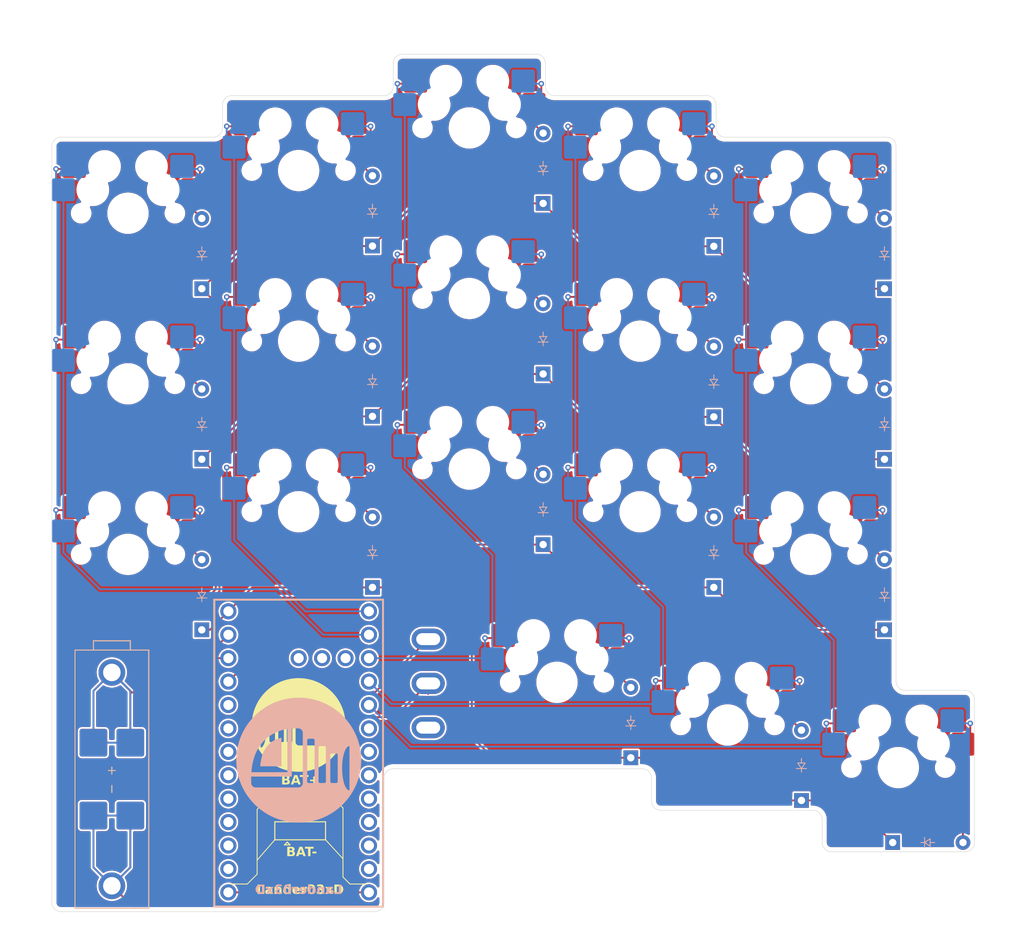
<source format=kicad_pcb>
(kicad_pcb (version 20241229) (generator "pcbnew") (generator_version "9.0")
  (layers (0 "F.Cu" signal) (2 "B.Cu" signal) (13 "F.Paste" user) (15 "B.Paste" user) (5 "F.SilkS" user "F.Silkscreen") (7 "B.SilkS" user "B.Silkscreen") (1 "F.Mask" user) (3 "B.Mask" user) (25 "Edge.Cuts" user))
  (net 0 "")
  (net 1 "B-")
  (net 2 "Net-(BT1-+)")
  (net 3 "Net-(D1-A)")
  (net 4 "row_1")
  (net 5 "Net-(D2-A)")
  (net 6 "Net-(D3-A)")
  (net 7 "Net-(D4-A)")
  (net 8 "Net-(D5-A)")
  (net 9 "row_2")
  (net 10 "Net-(D6-A)")
  (net 11 "Net-(D7-A)")
  (net 12 "Net-(D8-A)")
  (net 13 "Net-(D9-A)")
  (net 14 "Net-(D10-A)")
  (net 15 "row_3")
  (net 16 "Net-(D11-A)")
  (net 17 "Net-(D12-A)")
  (net 18 "Net-(D13-A)")
  (net 19 "Net-(D14-A)")
  (net 20 "Net-(D15-A)")
  (net 21 "Net-(D16-A)")
  (net 22 "row_4")
  (net 23 "Net-(D17-A)")
  (net 24 "Net-(D18-A)")
  (net 25 "col_1")
  (net 26 "col_2")
  (net 27 "col_3")
  (net 28 "col_4")
  (net 29 "col_5")
  (net 30 "B+")
  (net 50 "right")
  (net 51 "left")
  (footprint "lander03xD:Hotswap_MX_1.00u_reversible_18.5mm" (layer "F.Cu") (at 175.75 92.5)
    (property "Reference" "S11" (hide yes))
    (property "Value" "Keyswitch")
  )
  (footprint "lander03xD:Hotswap_MX_1.00u_reversible_18.5mm" (layer "F.Cu") (at 175.75 55.5)
    (property "Reference" "S1" (hide yes))
    (property "Value" "Keyswitch")
  )
  (footprint "lander03xD:Hotswap_MX_1.00u_reversible_18.5mm" (layer "F.Cu") (at 101.75 74)
    (property "Reference" "S10" (hide yes))
    (property "Value" "Keyswitch")
  )
  (footprint "Jumper:SolderJumper-3_P2.0mm_Open_TrianglePad1.0x1.5mm" (layer "F.Cu") (at 120.41375 118.9975 180)
    (property "Reference" "B+jumper1" (hide yes))
    (property "Value" "SolderJumper_3_Open" (hide yes))
  )
  (footprint "lander03xD:Hotswap_MX_1.00u_reversible_18.5mm" (layer "F.Cu") (at 175.75 74)
    (property "Reference" "S6" (hide yes))
    (property "Value" "Keyswitch")
  )
  (footprint "lander03xD:Hotswap_MX_1.00u_reversible_18.5mm" (layer "F.Cu") (at 101.75 55.5)
    (property "Reference" "S5" (hide yes))
    (property "Value" "Keyswitch")
  )
  (footprint "lander03xD:Hotswap_MX_1.00u_reversible_18.5mm" (layer "F.Cu") (at 157.25 50.875)
    (property "Reference" "S2" (hide yes))
    (property "Value" "Keyswitch")
  )
  (footprint "lander03xD:Hotswap_MX_1.00u_reversible_18.5mm" (layer "F.Cu") (at 138.75 83.25)
    (property "Reference" "S13" (hide yes))
    (property "Value" "Keyswitch")
  )
  (footprint "lander03xD:Hotswap_MX_1.00u_reversible_18.5mm" (layer "F.Cu") (at 157.25 69.375)
    (property "Reference" "S7" (hide yes))
    (property "Value" "Keyswitch")
  )
  (footprint "lander03xD:Hotswap_MX_1.00u_reversible_18.5mm" (layer "F.Cu") (at 157.25 87.875)
    (property "Reference" "S12" (hide yes))
    (property "Value" "Keyswitch")
  )
  (footprint "lander03xD:SbM-9202_14250_battery_holder" (layer "F.Cu") (at 100 116.875 90)
    (property "Reference" "BT1" (hide yes))
    (property "Value" "Battery_Cell")
  )
  (footprint "lander03xD:Hotswap_MX_1.00u_reversible_18.5mm" (layer "F.Cu") (at 120.25 87.875)
    (property "Reference" "S14" (hide yes))
    (property "Value" "Keyswitch")
  )
  (footprint "lander03xD:Promicro_nrf52840" (layer "F.Cu") (at 120.25 111.375 180)
    (property "Reference" "U1" (hide yes))
    (property "Value" "Promicro_NRF52840" (hide yes))
  )
  (footprint "lander03xD:Hotswap_MX_1.00u_reversible_18.5mm" (layer "F.Cu") (at 166.75 111)
    (property "Reference" "S17" (hide yes))
    (property "Value" "Keyswitch")
  )
  (footprint "Jumper:SolderJumper-3_P2.0mm_Open_TrianglePad1.0x1.5mm" (layer "F.Cu") (at 120.41375 122.505)
    (property "Reference" "B-jumper1" (hide yes))
    (property "Value" "SolderJumper_3_Open" (hide yes))
  )
  (footprint "lander03xD:Hotswap_MX_1.00u_reversible_18.5mm" (layer "F.Cu") (at 138.75 46.25)
    (property "Reference" "S3" (hide yes))
    (property "Value" "Keyswitch")
  )
  (footprint "lander03xD:SW_Vertical_Slide_5mm" (layer "F.Cu") (at 134.29125 106.4925 90)
    (property "Reference" "SW1" (hide yes))
    (property "Value" "SW_SPDT_312" (hide yes))
  )
  (footprint "lander03xD:Hotswap_MX_1.00u_reversible_18.5mm" (layer "F.Cu") (at 138.75 64.75)
    (property "Reference" "S8" (hide yes))
    (property "Value" "Keyswitch")
  )
  (footprint "lander03xD:Hotswap_MX_1.00u_reversible_18.5mm" (layer "F.Cu") (at 148.25 106.375)
    (property "Reference" "S18" (hide yes))
    (property "Value" "Keyswitch")
  )
  (footprint "lander03xD:Hotswap_MX_1.00u_reversible_18.5mm" (layer "F.Cu") (at 120.25 69.375)
    (property "Reference" "S9" (hide yes))
    (property "Value" "Keyswitch")
  )
  (footprint "lander03xD:Hotswap_MX_1.00u_reversible_18.5mm" (layer "F.Cu") (at 185.25 115.625)
    (property "Reference" "S16" (hide yes))
    (property "Value" "Keyswitch")
  )
  (footprint "lander03xD:Hotswap_MX_1.00u_reversible_18.5mm" (layer "F.Cu") (at 101.75 92.5)
    (property "Reference" "S15" (hide yes))
    (property "Value" "Keyswitch")
  )
  (footprint "lander03xD:Hotswap_MX_1.00u_reversible_18.5mm" (layer "F.Cu") (at 120.25 50.875)
    (property "Reference" "S4" (hide yes))
    (property "Value" "Keyswitch")
  )
  (footprint "ScottoKeebs_Components:Diode_DO-35" (layer "B.Cu") (at 183.75 82.185 90)
    (property "Reference" "D6" (hide yes))
    (property "Value" "Diode" (hide yes))
  )
  (footprint "ScottoKeebs_Components:Diode_DO-35" (layer "B.Cu") (at 174.75 119.185 90)
    (property "Reference" "D17" (hide yes))
    (property "Value" "Diode" (hide yes))
  )
  (footprint "ScottoKeebs_Components:Diode_DO-35" (layer "B.Cu") (at 183.75 63.685 90)
    (property "Reference" "D1" (hide yes))
    (property "Value" "Diode" (hide yes))
  )
  (footprint "ScottoKeebs_Components:Diode_DO-35" (layer "B.Cu") (at 128.25 77.535 90)
    (property "Reference" "D9" (hide yes))
    (property "Value" "Diode" (hide yes))
  )
  (footprint "ScottoKeebs_Components:Diode_DO-35" (layer "B.Cu") (at 109.75 82.185 90)
    (property "Reference" "D10" (hide yes))
    (property "Value" "Diode" (hide yes))
  )
  (footprint "ScottoKeebs_Components:Diode_DO-35" (layer "B.Cu") (at 183.75 100.685 90)
    (property "Reference" "D11" (hide yes))
    (property "Value" "Diode" (hide yes))
  )
  (footprint "ScottoKeebs_Components:Diode_DO-35" (layer "B.Cu") (at 128.25 59.06 90)
    (property "Reference" "D4" (hide yes))
    (property "Value" "Diode" (hide yes))
  )
  (footprint "ScottoKeebs_Components:Diode_DO-35" (layer "B.Cu") (at 109.75 100.685 90)
    (property "Reference" "D15" (hide yes))
    (property "Value" "Diode" (hide yes))
  )
  (footprint "ScottoKeebs_Components:Diode_DO-35" (layer "B.Cu") (at 128.25 96.085 90)
    (property "Reference" "D14" (hide yes))
    (property "Value" "Diode" (hide yes))
  )
  (footprint "ScottoKeebs_Components:Diode_DO-35" (layer "B.Cu") (at 146.75 91.435 90)
    (property "Reference" "D13" (hide yes))
    (property "Value" "Diode" (hide yes))
  )
  (footprint "ScottoKeebs_Components:Diode_DO-35" (layer "B.Cu") (at 146.75 72.935 90)
    (property "Reference" "D8" (hide yes))
    (property "Value" "Diode" (hide yes))
  )
  (footprint "ScottoKeebs_Components:Diode_DO-35" (layer "B.Cu") (at 165.25 59.085 90)
    (property "Reference" "D2" (hide yes))
    (property "Value" "Diode" (hide yes))
  )
  (footprint "ScottoKeebs_Components:Diode_DO-35" (layer "B.Cu") (at 165.25 96.085 90)
    (property "Reference" "D12" (hide yes))
    (property "Value" "Diode" (hide yes))
  )
  (footprint "ScottoKeebs_Components:Diode_DO-35" (layer "B.Cu") (at 165.25 77.585 90)
    (property "Reference" "D7" (hide yes))
    (property "Value" "Diode" (hide yes))
  )
  (footprint "ScottoKeebs_Components:Diode_DO-35" (layer "B.Cu") (at 146.75 54.435 90)
    (property "Reference" "D3" (hide yes))
    (property "Value" "Diode" (hide yes))
  )
  (footprint "ScottoKeebs_Components:Diode_DO-35" (layer "B.Cu") (at 109.75 63.685 90)
    (property "Reference" "D5" (hide yes))
    (property "Value" "Diode" (hide yes))
  )
  (footprint "ScottoKeebs_Components:Diode_DO-35" (layer "B.Cu") (at 156.25 114.56 90)
    (property "Reference" "D18" (hide yes))
    (property "Value" "Diode" (hide yes))
  )
  (footprint "ScottoKeebs_Components:Diode_DO-35" (layer "B.Cu") (at 184.64 123.75)
    (property "Reference" "D16" (hide yes))
    (property "Value" "Diode" (hide yes))
  )
  (gr_line (start 114.68 128.2525) (end 115.7475 127.185) (stroke (width 0.1)) (layer "F.SilkS"))
  (gr_line (start 125.8125 128.2525) (end 127.6425 128.2525) (stroke (width 0.1)) (layer "F.SilkS"))
  (gr_line (start 125.05 127.49) (end 125.8125 128.2525) (stroke (width 0.1)) (layer "F.SilkS"))
  (gr_line (start 125.05 125.5075) (end 125.05 126.88) (stroke (width 0.1)) (layer "F.SilkS"))
  (gr_line (start 123.16375 118.0475) (end 125.05 119.9975) (stroke (width 0.1)) (layer "F.SilkS"))
  (gr_line (start 123.16375 123.455) (end 125.05 125.5075) (stroke (width 0.1)) (layer "F.SilkS"))
  (gr_line (start 117.66375 123.455) (end 115.7475 125.66) (stroke (width 0.1)) (layer "F.SilkS"))
  (gr_poly (pts (xy 121.749088 109.200788) (xy 121.858837 109.230603) (xy 121.979063 109.271043) (xy 122.10731 109.323732) (xy 122.241128 109.390294) (xy 122.378064 109.472356) (xy 122.515664 109.571543) (xy 122.651477 109.689478) (xy 122.717946 109.755984) (xy 122.783049 109.827787) (xy 122.846479 109.90509) (xy 122.907929 109.988096) (xy 122.967092 110.077008) (xy 123.023663 110.172029) (xy 123.077334 110.273362) (xy 123.127798 110.381211) (xy 123.174751 110.495778) (xy 123.217883 110.617267) (xy 123.25689 110.745881) (xy 123.291465 110.881823) (xy 123.321301 111.025295) (xy 123.346091 111.176502) (xy 123.365529 111.335646) (xy 123.379308 111.502931) (xy 121.652266 111.502931) (xy 121.652266 109.179972)) (fill yes) (layer "F.SilkS"))
  (gr_poly (pts (xy 120.563637 105.929444) (xy 120.816726 105.951198) (xy 121.066336 105.985262) (xy 121.31214 106.031337) (xy 121.553814 106.089128) (xy 121.791033 106.158338) (xy 122.023471 106.23867) (xy 122.250803 106.329829) (xy 122.472704 106.431517) (xy 122.688848 106.543438) (xy 122.898911 106.665295) (xy 123.102567 106.796793) (xy 123.29949 106.937633) (xy 123.489356 107.087521) (xy 123.67184 107.246158) (xy 123.846616 107.41325) (xy 124.013359 107.588499) (xy 124.171743 107.771608) (xy 124.321444 107.962282) (xy 124.462136 108.160223) (xy 124.593494 108.365136) (xy 124.715193 108.576723) (xy 124.826907 108.794688) (xy 124.928312 109.018735) (xy 125.019082 109.248566) (xy 125.098892 109.483886) (xy 125.167416 109.724398) (xy 125.224329 109.969806) (xy 125.269307 110.219812) (xy 125.302023 110.474121) (xy 125.322154 110.732435) (xy 125.329286 111.000016) (xy 125.322799 111.259033) (xy 125.303533 111.514714) (xy 125.271795 111.766745) (xy 125.227896 112.014812) (xy 125.172144 112.258603) (xy 125.104849 112.497803) (xy 125.026319 112.732101) (xy 124.936865 112.961182) (xy 124.836794 113.184733) (xy 124.726416 113.402441) (xy 124.606041 113.613993) (xy 124.475977 113.819076) (xy 124.336534 114.017376) (xy 124.188021 114.20858) (xy 124.030746 114.392374) (xy 123.86502 114.568446) (xy 123.69115 114.736482) (xy 123.509448 114.896169) (xy 123.32022 115.047194) (xy 123.123777 115.189243) (xy 122.920429 115.322003) (xy 122.710483 115.445161) (xy 122.494249 115.558403) (xy 122.272037 115.661417) (xy 122.044155 115.753889) (xy 121.810912 115.835506) (xy 121.572619 115.905954) (xy 121.329583 115.964921) (xy 121.082114 116.012093) (xy 120.830522 116.047156) (xy 120.575114 116.069798) (xy 120.316202 116.079705) (xy 120.057123 116.076622) (xy 119.801212 116.060717) (xy 119.548788 116.032295) (xy 119.300167 115.99166) (xy 119.055666 115.939118) (xy 118.815603 115.874973) (xy 118.580294 115.799531) (xy 118.350059 115.713097) (xy 118.125212 115.615975) (xy 117.906073 115.508472) (xy 117.692958 115.39089) (xy 117.486184 115.263537) (xy 117.28607 115.126716) (xy 117.092931 114.980732) (xy 116.907085 114.825892) (xy 116.728851 114.662499) (xy 116.558544 114.490858) (xy 116.396482 114.311275) (xy 116.242983 114.124055) (xy 116.098364 113.929502) (xy 115.962942 113.727922) (xy 115.837034 113.51962) (xy 115.720958 113.3049) (xy 115.61503 113.084067) (xy 115.519569 112.857427) (xy 115.434892 112.625285) (xy 115.361316 112.387945) (xy 115.299157 112.145713) (xy 115.248734 111.898894) (xy 115.210364 111.647792) (xy 115.184363 111.392712) (xy 115.17105 111.13396) (xy 115.170714 110.874873) (xy 115.18324 110.618784) (xy 115.208328 110.366016) (xy 115.245676 110.116889) (xy 115.294985 109.871724) (xy 115.298049 109.85962) (xy 116.124489 109.85962) (xy 116.12449 110.202545) (xy 116.12449 110.265797) (xy 116.12449 110.471986) (xy 116.12449 110.528107) (xy 116.12449 110.689027) (xy 116.12449 110.770573) (xy 116.12449 111.059857) (xy 116.12449 111.115978) (xy 116.12449 111.514403) (xy 116.12449 111.566493) (xy 116.12449 111.982282) (xy 116.12449 112.036541) (xy 116.12449 112.18692) (xy 116.12449 112.250172) (xy 116.12449 112.553099) (xy 116.12449 112.60922) (xy 116.12449 112.807037) (xy 116.12449 112.868118) (xy 116.124491 113.460324) (xy 116.126506 113.460588) (xy 116.128529 113.460833) (xy 116.130565 113.461056) (xy 116.132618 113.461258) (xy 116.16314 113.457704) (xy 116.193249 113.449636) (xy 116.222907 113.437165) (xy 116.252079 113.420401) (xy 116.308818 113.374443) (xy 116.363174 113.312651) (xy 116.414855 113.235912) (xy 116.463571 113.145116) (xy 116.50903 113.041151) (xy 116.550941 112.924906) (xy 116.589012 112.79727) (xy 116.622952 112.659131) (xy 116.65247 112.511378) (xy 116.677274 112.3549) (xy 116.697074 112.190586) (xy 116.711577 112.019324) (xy 116.720492 111.842002) (xy 116.723529 111.65951) (xy 116.722908 111.564322) (xy 116.716849 111.387584) (xy 116.705312 111.216502) (xy 116.688574 111.051871) (xy 116.666915 110.894484) (xy 116.640613 110.745133) (xy 116.625807 110.67372) (xy 116.609946 110.604613) (xy 116.604001 110.581126) (xy 117.082889 110.581126) (xy 117.082889 112.739755) (xy 117.083046 112.746021) (xy 117.08351 112.752202) (xy 117.084274 112.75829) (xy 117.085332 112.764277) (xy 117.086675 112.770157) (xy 117.088296 112.775922) (xy 117.090188 112.781564) (xy 117.092344 112.787076) (xy 117.094755 112.792451) (xy 117.097415 112.79768) (xy 117.100316 112.802757) (xy 117.10345 112.807675) (xy 117.106811 112.812425) (xy 117.110391 112.817) (xy 117.114182 112.821393) (xy 117.118178 112.825597) (xy 117.12237 112.829603) (xy 117.126751 112.833405) (xy 117.131314 112.836995) (xy 117.136052 112.840365) (xy 117.140956 112.843509) (xy 117.146021 112.846418) (xy 117.151237 112.849086) (xy 117.156599 112.851505) (xy 117.162097 112.853666) (xy 117.167726 112.855564) (xy 117.173477 112.85719) (xy 117.179344 112.858537) (xy 117.185318 112.859598) (xy 117.191393 112.860365) (xy 117.19756 112.860831) (xy 117.203813 112.860988) (xy 117.560694 112.860988) (xy 117.566948 112.860831) (xy 117.573118 112.860365) (xy 117.579197 112.859598) (xy 117.585177 112.858537) (xy 117.591051 112.85719) (xy 117.59681 112.855564) (xy 117.602448 112.853666) (xy 117.607957 112.851505) (xy 117.61333 112.849086) (xy 117.618559 112.846418) (xy 117.623636 112.843509) (xy 117.628554 112.840365) (xy 117.633305 112.836995) (xy 117.637883 112.833405) (xy 117.642278 112.829603) (xy 117.646485 112.825597) (xy 117.650495 112.821393) (xy 117.654301 112.817) (xy 117.657895 112.812425) (xy 117.661269 112.807675) (xy 117.664417 112.802757) (xy 117.667331 112.79768) (xy 117.670003 112.792451) (xy 117.672426 112.787076) (xy 117.674591 112.781564) (xy 117.676493 112.775922) (xy 117.678122 112.770157) (xy 117.679472 112.764277) (xy 117.680536 112.75829) (xy 117.681304 112.752202) (xy 117.681771 112.746021) (xy 117.681928 112.739755) (xy 117.681928 110.581126) (xy 117.681771 110.57486) (xy 117.681304 110.56868) (xy 117.680536 110.562592) (xy 117.679472 110.556604) (xy 117.678122 110.550724) (xy 117.676493 110.544959) (xy 117.674591 110.539317) (xy 117.672426 110.533805) (xy 117.670003 110.528431) (xy 117.667331 110.523201) (xy 117.664417 110.518124) (xy 117.661269 110.513207) (xy 117.657895 110.508457) (xy 117.654301 110.503881) (xy 117.650495 110.499488) (xy 117.646485 110.495285) (xy 117.642278 110.491278) (xy 117.637883 110.487476) (xy 117.633305 110.483886) (xy 117.628554 110.480516) (xy 117.623636 110.477372) (xy 117.618559 110.474463) (xy 117.61333 110.471795) (xy 117.607958 110.469377) (xy 117.602448 110.467215) (xy 117.59681 110.465317) (xy 117.591051 110.463691) (xy 117.585177 110.462344) (xy 117.579197 110.461283) (xy 117.573118 110.460516) (xy 117.566948 110.460051) (xy 117.560694 110.459894) (xy 117.203814 110.459894) (xy 117.203813 110.459894) (xy 117.19756 110.460051) (xy 117.191393 110.460516) (xy 117.185318 110.461283) (xy 117.179344 110.462344) (xy 117.173477 110.463691) (xy 117.167726 110.465317) (xy 117.162097 110.467215) (xy 117.156598 110.469377) (xy 117.151237 110.471795) (xy 117.146021 110.474463) (xy 117.140956 110.477372) (xy 117.136052 110.480516) (xy 117.131314 110.483886) (xy 117.126751 110.487476) (xy 117.12237 110.491278) (xy 117.118177 110.495285) (xy 117.114182 110.499488) (xy 117.110391 110.503881) (xy 117.106811 110.508457) (xy 117.10345 110.513207) (xy 117.100315 110.518124) (xy 117.097415 110.523201) (xy 117.094755 110.528431) (xy 117.092343 110.533805) (xy 117.090188 110.539317) (xy 117.088296 110.544959) (xy 117.086675 110.550724) (xy 117.085332 110.556604) (xy 117.084274 110.562592) (xy 117.08351 110.56868) (xy 117.083046 110.57486) (xy 117.082889 110.581126) (xy 116.604001 110.581126) (xy 116.593062 110.537913) (xy 116.575192 110.473717) (xy 116.55637 110.412126) (xy 116.536631 110.353238) (xy 116.51601 110.297152) (xy 116.494542 110.243969) (xy 116.47226 110.193786) (xy 116.449201 110.146704) (xy 116.425399 110.10282) (xy 116.400888 110.062236) (xy 116.375704 110.025049) (xy 116.349882 109.991358) (xy 116.340657 109.980853) (xy 118.0416 109.980853) (xy 118.0416 112.739755) (xy 118.041756 112.746021) (xy 118.04222 112.752202) (xy 118.042985 112.75829) (xy 118.044042 112.764277) (xy 118.045385 112.770157) (xy 118.047006 112.775922) (xy 118.048898 112.781564) (xy 118.051054 112.787076) (xy 118.053465 112.792451) (xy 118.056125 112.79768) (xy 118.059026 112.802757) (xy 118.06216 112.807675) (xy 118.065521 112.812425) (xy 118.069101 112.817) (xy 118.072893 112.821393) (xy 118.076888 112.825597) (xy 118.08108 112.829603) (xy 118.085461 112.833405) (xy 118.090024 112.836995) (xy 118.094762 112.840365) (xy 118.099667 112.843509) (xy 118.104731 112.846418) (xy 118.109948 112.849086) (xy 118.115309 112.851505) (xy 118.120808 112.853666) (xy 118.126436 112.855564) (xy 118.132188 112.85719) (xy 118.138054 112.858537) (xy 118.144028 112.859598) (xy 118.150103 112.860365) (xy 118.15627 112.860831) (xy 118.162524 112.860988) (xy 118.519404 112.860988) (xy 118.525658 112.860831) (xy 118.531829 112.860365) (xy 118.537907 112.859598) (xy 118.543887 112.858537) (xy 118.549761 112.85719) (xy 118.55552 112.855564) (xy 118.561159 112.853666) (xy 118.566668 112.851505) (xy 118.57204 112.849086) (xy 118.577269 112.846418) (xy 118.582346 112.843509) (xy 118.587264 112.840365) (xy 118.592016 112.836995) (xy 118.596593 112.833405) (xy 118.600989 112.829603) (xy 118.605195 112.825597) (xy 118.609205 112.821393) (xy 118.613011 112.817) (xy 118.616605 112.812425) (xy 118.619979 112.807675) (xy 118.623127 112.802757) (xy 118.626041 112.79768) (xy 118.628713 112.792451) (xy 118.631136 112.787076) (xy 118.633302 112.781564) (xy 118.635203 112.775922) (xy 118.636832 112.770157) (xy 118.638183 112.764277) (xy 118.639246 112.75829) (xy 118.640014 112.752202) (xy 118.640481 112.746021) (xy 118.640639 112.739755) (xy 118.640639 109.980853) (xy 118.640481 109.974587) (xy 118.640015 109.968406) (xy 118.639246 109.962318) (xy 118.638183 109.956331) (xy 118.636833 109.950451) (xy 118.635203 109.944686) (xy 118.633302 109.939044) (xy 118.631136 109.933532) (xy 118.628713 109.928157) (xy 118.626041 109.922928) (xy 118.623128 109.917851) (xy 118.61998 109.912933) (xy 118.616605 109.908183) (xy 118.613011 109.903608) (xy 118.609205 109.899215) (xy 118.605195 109.895011) (xy 118.600989 109.891005) (xy 118.596593 109.887203) (xy 118.592016 109.883613) (xy 118.587264 109.880242) (xy 118.582346 109.877099) (xy 118.577269 109.874189) (xy 118.572041 109.871522) (xy 118.566668 109.869103) (xy 118.561159 109.866942) (xy 118.555521 109.865044) (xy 118.549761 109.863418) (xy 118.543887 109.86207) (xy 118.537908 109.86101) (xy 118.531829 109.860243) (xy 118.525658 109.859777) (xy 118.519404 109.85962) (xy 118.162524 109.85962) (xy 118.15627 109.859777) (xy 118.150103 109.860243) (xy 118.144028 109.86101) (xy 118.138054 109.86207) (xy 118.132188 109.863418) (xy 118.126436 109.865044) (xy 118.120808 109.866942) (xy 118.115309 109.869103) (xy 118.109948 109.871522) (xy 118.104731 109.874189) (xy 118.099667 109.877099) (xy 118.094762 109.880242) (xy 118.090024 109.883613) (xy 118.085461 109.887203) (xy 118.08108 109.891005) (xy 118.076888 109.895011) (xy 118.072893 109.899215) (xy 118.069101 109.903608) (xy 118.065521 109.908183) (xy 118.06216 109.912933) (xy 118.059026 109.917851) (xy 118.056125 109.922928) (xy 118.053465 109.928157) (xy 118.051054 109.933532) (xy 118.048898 109.939044) (xy 118.047006 109.944686) (xy 118.045385 109.950451) (xy 118.044042 109.956331) (xy 118.042985 109.962318) (xy 118.04222 109.968406) (xy 118.041756 109.974587) (xy 118.0416 109.980853) (xy 116.340657 109.980853) (xy 116.323455 109.961264) (xy 116.29646 109.934865) (xy 116.268931 109.91226) (xy 116.240902 109.893548) (xy 116.212409 109.878829) (xy 116.183486 109.868202) (xy 116.154168 109.861766) (xy 116.124489 109.85962) (xy 115.298049 109.85962) (xy 115.355953 109.630844) (xy 115.42828 109.394568) (xy 115.433322 109.38058) (xy 118.961553 109.38058) (xy 118.961553 112.739755) (xy 118.961709 112.746021) (xy 118.962173 112.752202) (xy 118.962938 112.75829) (xy 118.963995 112.764277) (xy 118.965339 112.770157) (xy 118.96696 112.775922) (xy 118.968852 112.781564) (xy 118.971007 112.787076) (xy 118.973418 112.792451) (xy 118.976078 112.79768) (xy 118.978979 112.802757) (xy 118.982114 112.807675) (xy 118.985474 112.812425) (xy 118.989054 112.817) (xy 118.992846 112.821393) (xy 118.996841 112.825597) (xy 119.001033 112.829603) (xy 119.005414 112.833405) (xy 119.009977 112.836995) (xy 119.014715 112.840365) (xy 119.01962 112.843509) (xy 119.024684 112.846418) (xy 119.029901 112.849086) (xy 119.035262 112.851505) (xy 119.040761 112.853666) (xy 119.046389 112.855564) (xy 119.052141 112.85719) (xy 119.058007 112.858537) (xy 119.063981 112.859598) (xy 119.070056 112.860365) (xy 119.076224 112.860831) (xy 119.082477 112.860988) (xy 119.439358 112.860988) (xy 119.445612 112.860831) (xy 119.451782 112.860365) (xy 119.457861 112.859598) (xy 119.463841 112.858537) (xy 119.469714 112.85719) (xy 119.475474 112.855564) (xy 119.481112 112.853666) (xy 119.486621 112.851505) (xy 119.491993 112.849086) (xy 119.497222 112.846418) (xy 119.502299 112.843509) (xy 119.507217 112.840365) (xy 119.511969 112.836995) (xy 119.516546 112.833405) (xy 119.520942 112.829603) (xy 119.525148 112.825597) (xy 119.529158 112.821393) (xy 119.532964 112.817) (xy 119.536558 112.812425) (xy 119.539932 112.807675) (xy 119.54308 112.802757) (xy 119.545994 112.79768) (xy 119.548666 112.792451) (xy 119.551089 112.787076) (xy 119.553254 112.781564) (xy 119.555156 112.775922) (xy 119.556785 112.770157) (xy 119.558135 112.764277) (xy 119.559199 112.75829) (xy 119.559967 112.752202) (xy 119.560434 112.746021) (xy 119.560591 112.739755) (xy 119.560591 109.38058) (xy 119.560434 109.374313) (xy 119.559967 109.368129) (xy 119.559199 109.362037) (xy 119.558135 109.356044) (xy 119.556785 109.350157) (xy 119.555156 109.344384) (xy 119.553254 109.338732) (xy 119.551089 109.33321) (xy 119.548666 109.327824) (xy 119.545994 109.322582) (xy 119.54308 109.317492) (xy 119.539932 109.312562) (xy 119.536558 109.307798) (xy 119.532964 109.303208) (xy 119.529158 109.298801) (xy 119.525148 109.294583) (xy 119.520941 109.290562) (xy 119.516546 109.286746) (xy 119.511968 109.283141) (xy 119.507217 109.279757) (xy 119.502299 109.2766) (xy 119.497222 109.273678) (xy 119.491993 109.270998) (xy 119.486621 109.268568) (xy 119.481111 109.266396) (xy 119.475473 109.264489) (xy 119.469714 109.262855) (xy 119.46384 109.2615) (xy 119.457861 109.260434) (xy 119.451782 109.259663) (xy 119.445612 109.259195) (xy 119.439358 109.259037) (xy 119.082477 109.259037) (xy 119.076224 109.259195) (xy 119.070056 109.259663) (xy 119.063981 109.260434) (xy 119.058007 109.2615) (xy 119.052141 109.262855) (xy 119.046389 109.264489) (xy 119.040761 109.266396) (xy 119.035262 109.268568) (xy 119.029901 109.270998) (xy 119.024684 109.273678) (xy 119.01962 109.2766) (xy 119.014715 109.279757) (xy 119.009977 109.283142) (xy 119.005414 109.286746) (xy 119.001033 109.290562) (xy 118.996841 109.294583) (xy 118.992846 109.298801) (xy 118.989054 109.303208) (xy 118.985474 109.307798) (xy 118.982114 109.312562) (xy 118.978979 109.317493) (xy 118.976078 109.322583) (xy 118.973418 109.327824) (xy 118.971007 109.33321) (xy 118.968852 109.338733) (xy 118.96696 109.344384) (xy 118.965339 109.350157) (xy 118.963995 109.356044) (xy 118.962938 109.362037) (xy 118.962173 109.368129) (xy 118.961709 109.374313) (xy 118.961553 109.38058) (xy 115.433322 109.38058) (xy 115.511665 109.163219) (xy 115.605807 108.937117) (xy 115.683565 108.773175) (xy 119.919952 108.773175) (xy 119.919952 112.866878) (xy 119.920436 112.885167) (xy 119.92187 112.90321) (xy 119.924233 112.920984) (xy 119.9275 112.938469) (xy 119.931649 112.955643) (xy 119.936658 112.972482) (xy 119.942501 112.988966) (xy 119.949158 113.005072) (xy 119.956604 113.020779) (xy 119.964816 113.036064) (xy 119.973772 113.050905) (xy 119.983447 113.065282) (xy 119.99382 113.079171) (xy 120.004867 113.09255) (xy 120.016565 113.105399) (xy 120.028891 113.117694) (xy 120.041822 113.129414) (xy 120.055334 113.140537) (xy 120.069405 113.151041) (xy 120.084011 113.160904) (xy 120.09913 113.170104) (xy 120.114738 113.178619) (xy 120.130812 113.186428) (xy 120.147329 113.193507) (xy 120.164266 113.199836) (xy 120.1816 113.205392) (xy 120.199308 113.210154) (xy 120.217367 113.214099) (xy 120.235753 113.217206) (xy 120.254444 113.219452) (xy 120.273416 113.220816) (xy 120.292646 113.221276) (xy 123.741151 113.221276) (xy 123.76038 113.220816) (xy 123.77935 113.219452) (xy 123.798037 113.217206) (xy 123.816417 113.214099) (xy 123.834469 113.210154) (xy 123.852169 113.205393) (xy 123.869493 113.199836) (xy 123.88642 113.193507) (xy 123.902926 113.186428) (xy 123.918988 113.178619) (xy 123.934583 113.170104) (xy 123.949688 113.160904) (xy 123.964281 113.151041) (xy 123.978337 113.140537) (xy 123.991835 113.129414) (xy 124.004751 113.117694) (xy 124.017062 113.105399) (xy 124.028746 113.09255) (xy 124.039779 113.079171) (xy 124.050138 113.065282) (xy 124.0598 113.050906) (xy 124.068743 113.036064) (xy 124.076943 113.020779) (xy 124.084378 113.005072) (xy 124.091024 112.988966) (xy 124.096858 112.972482) (xy 124.101858 112.955643) (xy 124.106 112.938469) (xy 124.109262 112.920984) (xy 124.11162 112.90321) (xy 124.113052 112.885167) (xy 124.113535 112.866878) (xy 124.113535 112.337919) (xy 120.81324 112.337919) (xy 120.81324 111.983211) (xy 121.17291 111.983211) (xy 124.098032 111.983211) (xy 124.074694 111.729468) (xy 124.041772 111.488071) (xy 123.999785 111.258712) (xy 123.949252 111.041083) (xy 123.890692 110.834876) (xy 123.824625 110.639783) (xy 123.75157 110.455497) (xy 123.672045 110.281708) (xy 123.586572 110.11811) (xy 123.495668 109.964393) (xy 123.399853 109.820251) (xy 123.299646 109.685375) (xy 123.195567 109.559456) (xy 123.088134 109.442188) (xy 122.977868 109.333262) (xy 122.865287 109.23237) (xy 122.75091 109.139204) (xy 122.635257 109.053456) (xy 122.518848 108.974818) (xy 122.4022 108.902982) (xy 122.17027 108.778484) (xy 121.94362 108.677499) (xy 121.726405 108.597561) (xy 121.52278 108.536207) (xy 121.336897 108.490974) (xy 121.172911 108.459396) (xy 121.17291 111.983211) (xy 120.81324 111.983211) (xy 120.81324 108.418778) (xy 120.292646 108.418778) (xy 120.273416 108.419237) (xy 120.254444 108.420601) (xy 120.235753 108.422847) (xy 120.217367 108.425954) (xy 120.199308 108.429899) (xy 120.1816 108.434661) (xy 120.164266 108.440217) (xy 120.147329 108.446546) (xy 120.130812 108.453626) (xy 120.114738 108.461434) (xy 120.09913 108.469949) (xy 120.084011 108.479149) (xy 120.069405 108.489012) (xy 120.055334 108.499516) (xy 120.041822 108.510639) (xy 120.028891 108.52236) (xy 120.016565 108.534655) (xy 120.004867 108.547503) (xy 119.99382 108.560883) (xy 119.983447 108.574772) (xy 119.973772 108.589148) (xy 119.964816 108.60399) (xy 119.956604 108.619275) (xy 119.949158 108.634981) (xy 119.942501 108.651088) (xy 119.936658 108.667571) (xy 119.931649 108.684411) (xy 119.9275 108.701584) (xy 119.924233 108.719069) (xy 119.92187 108.736844) (xy 119.920436 108.754887) (xy 119.919952 108.773175) (xy 115.683565 108.773175) (xy 115.710406 108.716585) (xy 115.82516 108.501942) (xy 115.949769 108.293511) (xy 116.083932 108.091613) (xy 116.227348 107.896569) (xy 116.379717 107.7087) (xy 116.540738 107.528328) (xy 116.710111 107.355773) (xy 116.887533 107.191357) (xy 117.072705 107.035402) (xy 117.265326 106.888228) (xy 117.465096 106.750157) (xy 117.671712 106.62151) (xy 117.884875 106.502609) (xy 118.104285 106.393774) (xy 118.329639 106.295327) (xy 118.560637 106.20759) (xy 118.796979 106.130882) (xy 119.038364 106.065527) (xy 119.284491 106.011844) (xy 119.53506 105.970156) (xy 119.789769 105.940783) (xy 120.048318 105.924047) (xy 120.048319 105.924047) (xy 120.04832 105.924047) (xy 120.307393 105.920295)) (fill yes) (layer "F.SilkS"))
  (gr_line (start 125.05 125.5075) (end 125.05 119.9975) (stroke (width 0.1)) (layer "F.SilkS"))
  (gr_line (start 112.85 128.2525) (end 114.68 128.2525) (stroke (width 0.1)) (layer "F.SilkS"))
  (gr_line (start 115.7475 127.185) (end 115.7475 120.17) (stroke (width 0.1)) (layer "F.SilkS"))
  (gr_line (start 115.7475 120.17) (end 117.66375 118.0475) (stroke (width 0.1)) (layer "F.SilkS"))
  (gr_line (start 125.05 126.88) (end 125.05 127.49) (stroke (width 0.1)) (layer "F.SilkS"))
  (gr_poly (pts (xy 118.386236 112.387494) (xy 118.386237 112.387494) (xy 118.386236 112.387494)) (fill yes) (layer "B.SilkS"))
  (gr_poly (pts (xy 119.837742 108.053457) (xy 119.500289 108.082463) (xy 119.167477 108.12788) (xy 118.839738 108.189314) (xy 118.517505 108.266368) (xy 118.201214 108.358648) (xy 117.891297 108.465758) (xy 117.588187 108.587303) (xy 117.29232 108.722887) (xy 117.004127 108.872115) (xy 116.724044 109.034592) (xy 116.452503 109.209921) (xy 116.189938 109.397709) (xy 115.936783 109.597559) (xy 115.693471 109.809076) (xy 115.460437 110.031865) (xy 115.238113 110.26553) (xy 115.026934 110.509676) (xy 114.827333 110.763907) (xy 114.639743 111.027829) (xy 114.464599 111.301046) (xy 114.302334 111.583162) (xy 114.153381 111.873782) (xy 114.018175 112.172511) (xy 113.897149 112.478953) (xy 113.790736 112.792713) (xy 113.69937 113.113396) (xy 113.623486 113.440606) (xy 113.563515 113.773947) (xy 113.519893 114.113026) (xy 113.493053 114.457445) (xy 113.483544 114.814219) (xy 113.492192 115.159576) (xy 113.517881 115.500484) (xy 113.560198 115.836525) (xy 113.61873 116.167281) (xy 113.693066 116.492335) (xy 113.782793 116.811269) (xy 113.887499 117.123666) (xy 114.006772 117.429107) (xy 114.140199 117.727175) (xy 114.287369 118.017453) (xy 114.44787 118.299523) (xy 114.621288 118.572966) (xy 114.807213 118.837366) (xy 115.00523 119.092304) (xy 115.21493 119.337363) (xy 115.435898 119.572126) (xy 115.667724 119.796174) (xy 115.909995 120.00909) (xy 116.162298 120.210456) (xy 116.424221 120.399855) (xy 116.695353 120.576868) (xy 116.975281 120.741079) (xy 117.263593 120.892069) (xy 117.559876 121.029421) (xy 117.863719 121.152717) (xy 118.174708 121.261539) (xy 118.492433 121.355471) (xy 118.816481 121.434093) (xy 119.146439 121.496988) (xy 119.481896 121.54374) (xy 119.822439 121.573929) (xy 120.167656 121.587138) (xy 120.513094 121.583028) (xy 120.854308 121.561821) (xy 121.190874 121.523924) (xy 121.522369 121.469744) (xy 121.84837 121.399688) (xy 122.168455 121.314162) (xy 122.482199 121.213573) (xy 122.78918 121.098327) (xy 123.088975 120.968832) (xy 123.381161 120.825493) (xy 123.665314 120.668718) (xy 123.941012 120.498914) (xy 124.207832 120.316486) (xy 124.46535 120.121841) (xy 124.713144 119.915387) (xy 124.95079 119.697529) (xy 125.177866 119.468675) (xy 125.393948 119.229232) (xy 125.598614 118.979604) (xy 125.79144 118.720201) (xy 125.972003 118.451427) (xy 126.13988 118.173691) (xy 126.294648 117.887397) (xy 126.435884 117.592954) (xy 126.563165 117.290768) (xy 126.676069 116.981245) (xy 126.774171 116.664792) (xy 126.857049 116.341816) (xy 126.924279 116.012723) (xy 126.97544 115.67792) (xy 127.010107 115.337814) (xy 127.027858 114.992812) (xy 127.028306 114.647362) (xy 127.011605 114.305911) (xy 126.978154 113.968886) (xy 126.928356 113.636716) (xy 126.862611 113.30983) (xy 126.858526 113.293692) (xy 125.756605 113.293692) (xy 125.756605 113.750925) (xy 125.756605 113.835261) (xy 125.756605 114.110179) (xy 125.756605 114.185007) (xy 125.756605 114.399567) (xy 125.756605 114.508295) (xy 125.756605 114.894007) (xy 125.756605 114.968835) (xy 125.756605 115.500069) (xy 125.756605 115.569521) (xy 125.756605 116.123907) (xy 125.756605 116.196253) (xy 125.756605 116.396758) (xy 125.756605 116.481094) (xy 125.756605 116.884997) (xy 125.756605 116.959824) (xy 125.756605 117.223581) (xy 125.756605 117.305023) (xy 125.756604 118.09463) (xy 125.753916 118.094983) (xy 125.751219 118.095308) (xy 125.748505 118.095606) (xy 125.745767 118.095876) (xy 125.705071 118.091137) (xy 125.664926 118.080379) (xy 125.625382 118.063751) (xy 125.586486 118.0414) (xy 125.510834 117.980122) (xy 125.43836 117.897732) (xy 125.369451 117.795414) (xy 125.304496 117.674352) (xy 125.243884 117.535732) (xy 125.188003 117.380739) (xy 125.137242 117.210558) (xy 125.091988 117.026373) (xy 125.052631 116.829369) (xy 125.019559 116.620732) (xy 124.99316 116.401646) (xy 124.973822 116.173296) (xy 124.961935 115.936867) (xy 124.957886 115.693545) (xy 124.958714 115.566628) (xy 124.966792 115.330976) (xy 124.982175 115.102868) (xy 125.004492 114.88336) (xy 125.033371 114.67351) (xy 125.068441 114.474376) (xy 125.088182 114.379158) (xy 125.109331 114.287016) (xy 125.117257 114.2557) (xy 124.478739 114.2557) (xy 124.478739 117.133871) (xy 124.47853 117.142226) (xy 124.477912 117.150467) (xy 124.476892 117.158584) (xy 124.475482 117.166568) (xy 124.473691 117.174407) (xy 124.47153 117.182094) (xy 124.469007 117.189617) (xy 124.466133 117.196966) (xy 124.462918 117.204132) (xy 124.459372 117.211105) (xy 124.455504 117.217875) (xy 124.451324 117.224431) (xy 124.446843 117.230764) (xy 124.44207 117.236865) (xy 124.437015 117.242722) (xy 124.431688 117.248327) (xy 124.426098 117.253669) (xy 124.420257 117.258738) (xy 124.414172 117.263525) (xy 124.407856 117.268019) (xy 124.401316 117.27221) (xy 124.394564 117.276089) (xy 124.387608 117.279646) (xy 124.38046 117.282871) (xy 124.373128 117.285753) (xy 124.365623 117.288283) (xy 124.357955 117.290452) (xy 124.350133 117.292248) (xy 124.342167 117.293662) (xy 124.334068 117.294685) (xy 124.325844 117.295306) (xy 124.317507 117.295515) (xy 123.841666 117.295515) (xy 123.833327 117.295306) (xy 123.8251 117.294685) (xy 123.816995 117.293662) (xy 123.809022 117.292248) (xy 123.801191 117.290452) (xy 123.793511 117.288283) (xy 123.785994 117.285753) (xy 123.778648 117.282871) (xy 123.771485 117.279646) (xy 123.764513 117.276089) (xy 123.757744 117.27221) (xy 123.751186 117.268019) (xy 123.744851 117.263525) (xy 123.738748 117.258738) (xy 123.732887 117.253669) (xy 123.727278 117.248327) (xy 123.721932 117.242722) (xy 123.716857 117.236865) (xy 123.712065 117.230764) (xy 123.707566 117.224431) (xy 123.703368 117.217875) (xy 123.699483 117.211105) (xy 123.695921 117.204132) (xy 123.69269 117.196966) (xy 123.689803 117.189617) (xy 123.687268 117.182094) (xy 123.685095 117.174407) (xy 123.683295 117.166568) (xy 123.681877 117.158584) (xy 123.680852 117.150467) (xy 123.68023 117.142226) (xy 123.68002 117.133871) (xy 123.68002 114.2557) (xy 123.68023 114.247345) (xy 123.680852 114.239104) (xy 123.681877 114.230987) (xy 123.683295 114.223003) (xy 123.685095 114.215163) (xy 123.687268 114.207477) (xy 123.689803 114.199954) (xy 123.69269 114.192605) (xy 123.695921 114.185439) (xy 123.699483 114.178466) (xy 123.703368 114.171696) (xy 123.707566 114.16514) (xy 123.712065 114.158807) (xy 123.716857 114.152706) (xy 123.721931 114.146849) (xy 123.727278 114.141244) (xy 123.732887 114.135902) (xy 123.738748 114.130833) (xy 123.744851 114.126047) (xy 123.751186 114.121553) (xy 123.757743 114.117361) (xy 123.764513 114.113482) (xy 123.771484 114.109925) (xy 123.778648 114.1067) (xy 123.785994 114.103818) (xy 123.793511 114.101288) (xy 123.80119 114.09912) (xy 123.809022 114.097323) (xy 123.816995 114.095909) (xy 123.8251 114.094886) (xy 123.833327 114.094266) (xy 123.841666 114.094056) (xy 124.317507 114.094056) (xy 124.325844 114.094266) (xy 124.334068 114.094886) (xy 124.342167 114.095909) (xy 124.350133 114.097323) (xy 124.357955 114.09912) (xy 124.365623 114.101288) (xy 124.373128 114.103818) (xy 124.38046 114.1067) (xy 124.387608 114.109925) (xy 124.394564 114.113482) (xy 124.401316 114.117361) (xy 124.407856 114.121553) (xy 124.414173 114.126047) (xy 124.420257 114.130833) (xy 124.426099 114.135902) (xy 124.431688 114.141244) (xy 124.437015 114.146849) (xy 124.44207 114.152706) (xy 124.446843 114.158807) (xy 124.451325 114.16514) (xy 124.455504 114.171696) (xy 124.459372 114.178466) (xy 124.462918 114.185439) (xy 124.466133 114.192605) (xy 124.469007 114.199954) (xy 124.47153 114.207477) (xy 124.473691 114.215163) (xy 124.475482 114.223003) (xy 124.476892 114.230987) (xy 124.477912 114.239104) (xy 124.47853 114.247345) (xy 124.478739 114.2557) (xy 125.117257 114.2557) (xy 125.131842 114.198082) (xy 125.155668 114.112487) (xy 125.180764 114.030366) (xy 125.207083 113.951848) (xy 125.234578 113.877068) (xy 125.263203 113.806156) (xy 125.292911 113.739246) (xy 125.323657 113.67647) (xy 125.355393 113.617959) (xy 125.388074 113.563846) (xy 125.421652 113.514263) (xy 125.456082 113.469342) (xy 125.468382 113.455336) (xy 123.200459 113.455336) (xy 123.200459 117.133871) (xy 123.20025 117.142226) (xy 123.199631 117.150467) (xy 123.198612 117.158584) (xy 123.197202 117.166568) (xy 123.195411 117.174407) (xy 123.193249 117.182094) (xy 123.190727 117.189617) (xy 123.187853 117.196966) (xy 123.184638 117.204132) (xy 123.181091 117.211105) (xy 123.177224 117.217875) (xy 123.173044 117.224431) (xy 123.168563 117.230764) (xy 123.16379 117.236865) (xy 123.158735 117.242722) (xy 123.153407 117.248327) (xy 123.147818 117.253669) (xy 123.141976 117.258738) (xy 123.135892 117.263525) (xy 123.129575 117.268019) (xy 123.123036 117.27221) (xy 123.116283 117.276089) (xy 123.109328 117.279646) (xy 123.10218 117.282871) (xy 123.094848 117.285753) (xy 123.087343 117.288283) (xy 123.079675 117.290452) (xy 123.071853 117.292248) (xy 123.063887 117.293662) (xy 123.055787 117.294685) (xy 123.047564 117.295306) (xy 123.039227 117.295515) (xy 122.563385 117.295515) (xy 122.555047 117.295306) (xy 122.54682 117.294685) (xy 122.538715 117.293662) (xy 122.530742 117.292248) (xy 122.52291 117.290452) (xy 122.515231 117.288283) (xy 122.507713 117.285753) (xy 122.500368 117.282871) (xy 122.493204 117.279646) (xy 122.486233 117.276089) (xy 122.479463 117.27221) (xy 122.472906 117.268019) (xy 122.466571 117.263525) (xy 122.460467 117.258738) (xy 122.454607 117.253669) (xy 122.448998 117.248327) (xy 122.443651 117.242722) (xy 122.438577 117.236865) (xy 122.433785 117.230764) (xy 122.429285 117.224431) (xy 122.425088 117.217875) (xy 122.421203 117.211105) (xy 122.41764 117.204132) (xy 122.41441 117.196966) (xy 122.411523 117.189617) (xy 122.408987 117.182094) (xy 122.406815 117.174407) (xy 122.405015 117.166568) (xy 122.403597 117.158584) (xy 122.402572 117.150467) (xy 122.40195 117.142226) (xy 122.40174 117.133871) (xy 122.40174 113.455336) (xy 122.40195 113.446981) (xy 122.402572 113.43874) (xy 122.403597 113.430623) (xy 122.405014 113.422639) (xy 122.406815 113.414799) (xy 122.408987 113.407113) (xy 122.411522 113.39959) (xy 122.41441 113.392241) (xy 122.41764 113.385074) (xy 122.421203 113.378102) (xy 122.425088 113.371332) (xy 122.429285 113.364776) (xy 122.433785 113.358442) (xy 122.438577 113.352342) (xy 122.443651 113.346484) (xy 122.448997 113.34088) (xy 122.454606 113.335538) (xy 122.460467 113.330469) (xy 122.46657 113.325682) (xy 122.472906 113.321188) (xy 122.479463 113.316996) (xy 122.486232 113.313117) (xy 122.493204 113.30956) (xy 122.500367 113.306336) (xy 122.507713 113.303453) (xy 122.515231 113.300923) (xy 122.52291 113.298755) (xy 122.530741 113.296959) (xy 122.538715 113.295544) (xy 122.54682 113.294522) (xy 122.555047 113.293901) (xy 122.563385 113.293692) (xy 123.039227 113.293692) (xy 123.047564 113.293901) (xy 123.055787 113.294522) (xy 123.063887 113.295544) (xy 123.071853 113.296959) (xy 123.079675 113.298755) (xy 123.087343 113.300923) (xy 123.094848 113.303453) (xy 123.10218 113.306336) (xy 123.109328 113.30956) (xy 123.116283 113.313117) (xy 123.123036 113.316996) (xy 123.129575 113.321188) (xy 123.135892 113.325682) (xy 123.141976 113.330469) (xy 123.147818 113.335538) (xy 123.153407 113.34088) (xy 123.158735 113.346484) (xy 123.16379 113.352342) (xy 123.168563 113.358442) (xy 123.173044 113.364776) (xy 123.177224 113.371332) (xy 123.181091 113.378102) (xy 123.184638 113.385074) (xy 123.187853 113.392241) (xy 123.190727 113.39959) (xy 123.193249 113.407113) (xy 123.195411 113.414799) (xy 123.197202 113.422639) (xy 123.198612 113.430623) (xy 123.199631 113.43874) (xy 123.20025 113.446981) (xy 123.200459 113.455336) (xy 125.468382 113.455336) (xy 125.491318 113.429216) (xy 125.527311 113.394017) (xy 125.564017 113.363878) (xy 125.601389 113.338929) (xy 125.63938 113.319304) (xy 125.677944 113.305134) (xy 125.717035 113.296553) (xy 125.756605 113.293692) (xy 126.858526 113.293692) (xy 126.78132 112.988656) (xy 126.684884 112.673622) (xy 126.678162 112.654971) (xy 121.973854 112.654971) (xy 121.973854 117.133871) (xy 121.973646 117.142226) (xy 121.973027 117.150467) (xy 121.972007 117.158584) (xy 121.970597 117.166568) (xy 121.968807 117.174407) (xy 121.966645 117.182094) (xy 121.964122 117.189617) (xy 121.961249 117.196966) (xy 121.958034 117.204132) (xy 121.954487 117.211105) (xy 121.950619 117.217875) (xy 121.94644 117.224431) (xy 121.941959 117.230764) (xy 121.937186 117.236865) (xy 121.932131 117.242722) (xy 121.926803 117.248327) (xy 121.921214 117.253669) (xy 121.915372 117.258738) (xy 121.909288 117.263525) (xy 121.902971 117.268019) (xy 121.896432 117.27221) (xy 121.889679 117.276089) (xy 121.882724 117.279646) (xy 121.875576 117.282871) (xy 121.868244 117.285753) (xy 121.860739 117.288283) (xy 121.85307 117.290452) (xy 121.845248 117.292248) (xy 121.837283 117.293662) (xy 121.829183 117.294685) (xy 121.82096 117.295306) (xy 121.812622 117.295515) (xy 121.336781 117.295515) (xy 121.328442 117.295306) (xy 121.320216 117.294685) (xy 121.31211 117.293662) (xy 121.304137 117.292248) (xy 121.296306 117.290452) (xy 121.288627 117.288283) (xy 121.281109 117.285753) (xy 121.273764 117.282871) (xy 121.2666 117.279646) (xy 121.259629 117.276089) (xy 121.252859 117.27221) (xy 121.246302 117.268019) (xy 121.239967 117.263525) (xy 121.233864 117.258738) (xy 121.228003 117.253669) (xy 121.222394 117.248327) (xy 121.217047 117.242722) (xy 121.211973 117.236865) (xy 121.207181 117.230764) (xy 121.202681 117.224431) (xy 121.198484 117.217875) (xy 121.194599 117.211105) (xy 121.191037 117.204132) (xy 121.187806 117.196966) (xy 121.184919 117.189617) (xy 121.182384 117.182094) (xy 121.180211 117.174407) (xy 121.178411 117.166568) (xy 121.176993 117.158584) (xy 121.175968 117.150467) (xy 121.175346 117.142226) (xy 121.175136 117.133871) (xy 121.175136 112.654971) (xy 121.175346 112.646615) (xy 121.175968 112.63837) (xy 121.176993 112.630248) (xy 121.178411 112.622257) (xy 121.180211 112.614407) (xy 121.182384 112.60671) (xy 121.184919 112.599175) (xy 121.187807 112.591811) (xy 121.191037 112.58463) (xy 121.194599 112.577641) (xy 121.198484 112.570855) (xy 121.202682 112.56428) (xy 121.207181 112.557928) (xy 121.211973 112.551809) (xy 121.217048 112.545932) (xy 121.222394 112.540308) (xy 121.228003 112.534947) (xy 121.233864 112.529859) (xy 121.239967 112.525053) (xy 121.246302 112.520541) (xy 121.25286 112.516331) (xy 121.259629 112.512435) (xy 121.2666 112.508862) (xy 121.273764 112.505623) (xy 121.281109 112.502726) (xy 121.288627 112.500183) (xy 121.296306 112.498004) (xy 121.304138 112.496199) (xy 121.312111 112.494777) (xy 121.320216 112.493748) (xy 121.328442 112.493124) (xy 121.336781 112.492914) (xy 121.812622 112.492914) (xy 121.82096 112.493124) (xy 121.829183 112.493748) (xy 121.837283 112.494777) (xy 121.845248 112.496199) (xy 121.85307 112.498004) (xy 121.860739 112.500183) (xy 121.868244 112.502726) (xy 121.875576 112.505623) (xy 121.882724 112.508862) (xy 121.889679 112.512435) (xy 121.896432 112.516332) (xy 121.902971 112.520541) (xy 121.909288 112.525053) (xy 121.915372 112.529859) (xy 121.921214 112.534947) (xy 121.926803 112.540309) (xy 121.932131 112.545933) (xy 121.937186 112.551809) (xy 121.941959 112.557929) (xy 121.94644 112.56428) (xy 121.950619 112.570855) (xy 121.954487 112.577641) (xy 121.958034 112.58463) (xy 121.961249 112.591811) (xy 121.964122 112.599175) (xy 121.966645 112.60671) (xy 121.968807 112.614407) (xy 121.970597 112.622257) (xy 121.972007 112.630248) (xy 121.973027 112.638371) (xy 121.973646 112.646615) (xy 121.973854 112.654971) (xy 126.678162 112.654971) (xy 126.573704 112.365156) (xy 126.448182 112.063688) (xy 126.344505 111.845098) (xy 120.695988 111.845098) (xy 120.695988 117.303369) (xy 120.695344 117.327754) (xy 120.693431 117.351811) (xy 120.690281 117.375511) (xy 120.685925 117.398824) (xy 120.680392 117.421721) (xy 120.673715 117.444174) (xy 120.665923 117.466152) (xy 120.657048 117.487627) (xy 120.64712 117.508569) (xy 120.63617 117.52895) (xy 120.624229 117.548739) (xy 120.611328 117.567907) (xy 120.597497 117.586425) (xy 120.582768 117.604265) (xy 120.567171 117.621396) (xy 120.550736 117.63779) (xy 120.533496 117.653416) (xy 120.515479 117.668247) (xy 120.496718 117.682252) (xy 120.477243 117.695403) (xy 120.457085 117.70767) (xy 120.436275 117.719023) (xy 120.414843 117.729435) (xy 120.39282 117.738874) (xy 120.370237 117.747313) (xy 120.347125 117.754721) (xy 120.323514 117.76107) (xy 120.299436 117.76633) (xy 120.274921 117.770473) (xy 120.25 117.773468) (xy 120.224704 117.775286) (xy 120.199063 117.775899) (xy 115.601057 117.775899) (xy 115.575418 117.775286) (xy 115.550125 117.773468) (xy 115.525209 117.770473) (xy 115.500702 117.766331) (xy 115.476633 117.76107) (xy 115.453033 117.754722) (xy 115.429934 117.747313) (xy 115.407365 117.738875) (xy 115.385357 117.729435) (xy 115.363941 117.719024) (xy 115.343147 117.70767) (xy 115.323007 117.695403) (xy 115.303551 117.682253) (xy 115.284809 117.668247) (xy 115.266811 117.653417) (xy 115.24959 117.63779) (xy 115.233175 117.621396) (xy 115.217597 117.604265) (xy 115.202887 117.586426) (xy 115.189074 117.567907) (xy 115.176191 117.548739) (xy 115.164267 117.52895) (xy 115.153334 117.50857) (xy 115.143421 117.487627) (xy 115.13456 117.466153) (xy 115.126781 117.444174) (xy 115.120114 117.421721) (xy 115.114591 117.398824) (xy 115.110242 117.375511) (xy 115.107098 117.351811) (xy 115.105188 117.327754) (xy 115.104545 117.303369) (xy 115.104545 116.59809) (xy 119.504938 116.59809) (xy 119.504938 116.125147) (xy 119.025377 116.125147) (xy 115.125216 116.125147) (xy 115.156332 115.786822) (xy 115.200229 115.464959) (xy 115.256212 115.159147) (xy 115.323589 114.868975) (xy 115.401669 114.594033) (xy 115.489758 114.333909) (xy 115.587165 114.088194) (xy 115.693197 113.856476) (xy 115.807162 113.638344) (xy 115.928368 113.433389) (xy 116.056121 113.241199) (xy 116.18973 113.061364) (xy 116.328502 112.893473) (xy 116.471746 112.737116) (xy 116.618767 112.591881) (xy 116.768876 112.457358) (xy 116.921378 112.333137) (xy 117.075581 112.218806) (xy 117.230794 112.113955) (xy 117.386324 112.018174) (xy 117.695565 111.852177) (xy 117.997764 111.71753) (xy 118.287384 111.610946) (xy 118.558885 111.529141) (xy 118.806729 111.46883) (xy 119.025377 111.426726) (xy 119.025377 116.125147) (xy 119.504938 116.125147) (xy 119.504938 111.372569) (xy 120.199063 111.372569) (xy 120.224704 111.373181) (xy 120.25 111.375) (xy 120.274921 111.377995) (xy 120.299436 111.382137) (xy 120.323514 111.387397) (xy 120.347125 111.393746) (xy 120.370237 111.401154) (xy 120.39282 111.409593) (xy 120.414843 111.419032) (xy 120.436275 111.429444) (xy 120.457085 111.440797) (xy 120.477243 111.453064) (xy 120.496718 111.466215) (xy 120.515479 111.48022) (xy 120.533496 111.495051) (xy 120.550736 111.510677) (xy 120.567171 111.527071) (xy 120.582768 111.544202) (xy 120.597497 111.562042) (xy 120.611328 111.58056) (xy 120.624229 111.599729) (xy 120.63617 111.619518) (xy 120.64712 111.639898) (xy 120.657048 111.66084) (xy 120.665923 111.682315) (xy 120.673715 111.704293) (xy 120.680392 111.726746) (xy 120.685925 111.749644) (xy 120.690281 111.772957) (xy 120.693431 111.796657) (xy 120.695344 111.820713) (xy 120.695988 111.845098) (xy 126.344505 111.845098) (xy 126.308717 111.769644) (xy 126.155712 111.483455) (xy 125.989567 111.205547) (xy 125.810682 110.936349) (xy 125.61946 110.67629) (xy 125.416302 110.425798) (xy 125.201607 110.185301) (xy 124.975777 109.955228) (xy 124.739214 109.736008) (xy 124.492318 109.528067) (xy 124.235489 109.331836) (xy 123.96913 109.147741) (xy 123.693642 108.976212) (xy 123.409424 108.817677) (xy 123.116879 108.672564) (xy 122.816406 108.541301) (xy 122.508408 108.424317) (xy 122.193285 108.322041) (xy 121.871439 108.2349) (xy 121.543269 108.163324) (xy 121.209178 108.107739) (xy 120.869566 108.068575) (xy 120.524834 108.04626) (xy 120.524833 108.046261) (xy 120.524832 108.046261) (xy 120.524831 108.046261) (xy 120.1794 108.041258)) (fill yes) (layer "B.SilkS"))
  (gr_poly (pts (xy 118.257141 112.415249) (xy 118.110808 112.455003) (xy 117.950508 112.508922) (xy 117.779511 112.579174) (xy 117.601087 112.667924) (xy 117.418506 112.77734) (xy 117.235039 112.909588) (xy 117.053955 113.066835) (xy 116.965329 113.15551) (xy 116.878526 113.251248) (xy 116.793953 113.354318) (xy 116.71202 113.464993) (xy 116.633135 113.583542) (xy 116.557708 113.710237) (xy 116.486147 113.845348) (xy 116.41886 113.989146) (xy 116.356257 114.141902) (xy 116.298747 114.303888) (xy 116.246737 114.475373) (xy 116.200638 114.656628) (xy 116.160857 114.847925) (xy 116.127804 115.049534) (xy 116.101886 115.261726) (xy 116.083514 115.484773) (xy 118.386236 115.484773) (xy 118.386236 112.387494)) (fill yes) (layer "B.SilkS"))
  (gr_arc (start 186 107.25) (mid 185.292893 106.957107) (end 185 106.25) (stroke (width 0.05)) (layer "Edge.Cuts"))
  (gr_arc (start 178 124.75) (mid 177.292893 124.457107) (end 177 123.75) (stroke (width 0.05)) (layer "Edge.Cuts"))
  (gr_line (start 184 47.25) (end 166.5 47.25) (stroke (width 0.05)) (layer "Edge.Cuts"))
  (gr_arc (start 112 46.25) (mid 111.707107 46.957107) (end 111 47.25) (stroke (width 0.05)) (layer "Edge.Cuts"))
  (gr_line (start 158.5 116.75) (end 158.5 119.25) (stroke (width 0.05)) (layer "Edge.Cuts"))
  (gr_arc (start 94.5 131.25) (mid 93.792893 130.957107) (end 93.5 130.25) (stroke (width 0.05)) (layer "Edge.Cuts"))
  (gr_line (start 130.5 41.75) (end 130.5 39.25) (stroke (width 0.05)) (layer "Edge.Cuts"))
  (gr_arc (start 193.5 123.75) (mid 193.207107 124.457107) (end 192.5 124.75) (stroke (width 0.05)) (layer "Edge.Cuts"))
  (gr_line (start 185 106.25) (end 185 48.25) (stroke (width 0.05)) (layer "Edge.Cuts"))
  (gr_line (start 193.5 123.75) (end 193.5 108.25) (stroke (width 0.05)) (layer "Edge.Cuts"))
  (gr_arc (start 112 43.75) (mid 112.292893 43.042893) (end 113 42.75) (stroke (width 0.05)) (layer "Edge.Cuts"))
  (gr_line (start 93.5 48.25) (end 93.5 130.25) (stroke (width 0.05)) (layer "Edge.Cuts"))
  (gr_arc (start 166.5 47.25) (mid 165.792893 46.957107) (end 165.5 46.25) (stroke (width 0.05)) (layer "Edge.Cuts"))
  (gr_arc (start 164.5 42.75) (mid 165.207107 43.042893) (end 165.5 43.75) (stroke (width 0.05)) (layer "Edge.Cuts"))
  (gr_arc (start 130.5 41.75) (mid 130.207107 42.457107) (end 129.5 42.75) (stroke (width 0.05)) (layer "Edge.Cuts"))
  (gr_line (start 94.5 131.25) (end 128.5 131.25) (stroke (width 0.05)) (layer "Edge.Cuts"))
  (gr_arc (start 192.5 107.25) (mid 193.207107 107.542893) (end 193.5 108.25) (stroke (width 0.05)) (layer "Edge.Cuts"))
  (gr_line (start 164.5 42.75) (end 148 42.75) (stroke (width 0.05)) (layer "Edge.Cuts"))
  (gr_arc (start 93.5 48.25) (mid 93.792893 47.542893) (end 94.5 47.25) (stroke (width 0.05)) (layer "Edge.Cuts"))
  (gr_line (start 129.5 130.25) (end 129.5 116.75) (stroke (width 0.05)) (layer "Edge.Cuts"))
  (gr_arc (start 157.5 115.75) (mid 158.207107 116.042893) (end 158.5 116.75) (stroke (width 0.05)) (layer "Edge.Cuts"))
  (gr_line (start 112 46.25) (end 112 43.75) (stroke (width 0.05)) (layer "Edge.Cuts"))
  (gr_arc (start 184 47.25) (mid 184.707107 47.542893) (end 185 48.25) (stroke (width 0.05)) (layer "Edge.Cuts"))
  (gr_line (start 146 38.25) (end 131.5 38.25) (stroke (width 0.05)) (layer "Edge.Cuts"))
  (gr_arc (start 146 38.25) (mid 146.707107 38.542893) (end 147 39.25) (stroke (width 0.05)) (layer "Edge.Cuts"))
  (gr_line (start 147 41.75) (end 147 39.25) (stroke (width 0.05)) (layer "Edge.Cuts"))
  (gr_line (start 130.5 115.75) (end 157.5 115.75) (stroke (width 0.05)) (layer "Edge.Cuts"))
  (gr_line (start 159.5 120.25) (end 176 120.25) (stroke (width 0.05)) (layer "Edge.Cuts"))
  (gr_line (start 178 124.75) (end 192.5 124.75) (stroke (width 0.05)) (layer "Edge.Cuts"))
  (gr_line (start 186 107.25) (end 192.5 107.25) (stroke (width 0.05)) (layer "Edge.Cuts"))
  (gr_arc (start 130.5 39.25) (mid 130.792893 38.542893) (end 131.5 38.25) (stroke (width 0.05)) (layer "Edge.Cuts"))
  (gr_arc (start 129.5 116.75) (mid 129.792893 116.042893) (end 130.5 115.75) (stroke (width 0.05)) (layer "Edge.Cuts"))
  (gr_line (start 113 42.75) (end 129.5 42.75) (stroke (width 0.05)) (layer "Edge.Cuts"))
  (gr_line (start 165.5 46.25) (end 165.5 43.75) (stroke (width 0.05)) (layer "Edge.Cuts"))
  (gr_line (start 177 121.25) (end 177 123.75) (stroke (width 0.05)) (layer "Edge.Cuts"))
  (gr_arc (start 176 120.25) (mid 176.707107 120.542893) (end 177 121.25) (stroke (width 0.05)) (layer "Edge.Cuts"))
  (gr_arc (start 129.5 130.25) (mid 129.207107 130.957107) (end 128.5 131.25) (stroke (width 0.05)) (layer "Edge.Cuts"))
  (gr_line (start 94.5 47.25) (end 111 47.25) (stroke (width 0.05)) (layer "Edge.Cuts"))
  (gr_arc (start 159.5 120.25) (mid 158.792893 119.957107) (end 158.5 119.25) (stroke (width 0.05)) (layer "Edge.Cuts"))
  (gr_arc (start 148 42.75) (mid 147.292893 42.457107) (end 147 41.75) (stroke (width 0.05)) (layer "Edge.Cuts"))
  (gr_text "BAT+\n" (at 120.41375 117.625 0) (layer "F.SilkS") (effects (font (size 1 1) (thickness 0.2) (bold yes)) (justify bottom)))
  (gr_text "BAT-" (at 120.56625 125.4025 0) (layer "F.SilkS") (effects (font (size 1 1) (thickness 0.2) (bold yes)) (justify bottom)))
  (gr_text "Lander03xD" (at 120.41375 129.5 0) (layer "F.SilkS") (effects (font (size 1 1) (thickness 0.2) (bold yes)) (justify bottom)))
  (gr_text "Lander03xD" (at 120.25 129.5 0) (layer "B.SilkS") (effects (font (size 1 1) (thickness 0.2) (bold yes)) (justify bottom mirror)))
  (segment (start 117.91225 130.649) (end 120.41375 128.1475) (width 0.2) (layer "F.Cu") (net 1))
  (segment (start 100 128.445) (end 102.204 130.649) (width 0.2) (layer "F.Cu") (net 1))
  (segment (start 98 120.825) (end 102 120.825) (width 0.2) (layer "F.Cu") (net 1))
  (segment (start 98 126.445) (end 98 120.825) (width 0.2) (layer "F.Cu") (net 1))
  (segment (start 100 128.445) (end 102 126.445) (width 0.2) (layer "F.Cu") (net 1))
  (segment (start 102 126.445) (end 102 120.825) (width 0.2) (layer "F.Cu") (net 1))
  (segment (start 120.41375 122.505) (end 120.41375 128.1475) (width 0.2) (layer "F.Cu") (net 1))
  (segment (start 100 128.445) (end 98 126.445) (width 0.2) (layer "F.Cu") (net 1))
  (segment (start 102.204 130.649) (end 117.91225 130.649) (width 0.2) (layer "F.Cu") (net 1))
  (segment (start 102 126.445) (end 100 128.445) (width 0.2) (layer "B.Cu") (net 1))
  (segment (start 98 126.445) (end 100 128.445) (width 0.2) (layer "B.Cu") (net 1))
  (segment (start 98 120.825) (end 102 120.825) (width 0.2) (layer "B.Cu") (net 1))
  (segment (start 102 120.825) (end 102 126.445) (width 0.2) (layer "B.Cu") (net 1))
  (segment (start 98 120.825) (end 98 126.445) (width 0.2) (layer "B.Cu") (net 1))
  (segment (start 102.1873 112.7377) (end 102 112.925) (width 0.2) (layer "F.Cu") (net 2))
  (segment (start 100 105.305) (end 98 107.305) (width 0.2) (layer "F.Cu") (net 2))
  (segment (start 98 112.925) (end 102 112.925) (width 0.2) (layer "F.Cu") (net 2))
  (segment (start 100 105.305) (end 102.1673 107.4723) (width 0.2) (layer "F.Cu") (net 2))
  (segment (start 100 105.305) (end 102 107.305) (width 0.2) (layer "F.Cu") (net 2))
  (segment (start 102 107.305) (end 102 112.925) (width 0.2) (layer "F.Cu") (net 2))
  (segment (start 98 107.305) (end 98 112.925) (width 0.2) (layer "F.Cu") (net 2))
  (segment (start 102.1673 107.4723) (end 128.51145 107.4723) (width 0.2) (layer "F.Cu") (net 2))
  (segment (start 128.51145 107.4723) (end 134.29125 101.6925) (width 0.2) (layer "F.Cu") (net 2))
  (segment (start 102 107.305) (end 102 112.925) (width 0.2) (layer "B.Cu") (net 2))
  (segment (start 100 105.305) (end 102 107.305) (width 0.2) (layer "B.Cu") (net 2))
  (segment (start 98 107.305) (end 100 105.305) (width 0.2) (layer "B.Cu") (net 2))
  (segment (start 98 112.925) (end 102 112.925) (width 0.2) (layer "B.Cu") (net 2))
  (segment (start 98 112.925) (end 98 107.305) (width 0.2) (layer "B.Cu") (net 2))
  (segment (start 182.75 52.96) (end 182.75 55.065) (width 0.2) (layer "F.Cu") (net 3))
  (segment (start 182.75 55.065) (end 183.75 56.065) (width 0.2) (layer "F.Cu") (net 3))
  (segment (start 114.375 59.06) (end 128.25 59.06) (width 0.2) (layer "F.Cu") (net 4))
  (segment (start 109.75 63.685) (end 111.26375 65.19875) (width 0.2) (layer "F.Cu") (net 4))
  (segment (start 109.75 63.685) (end 114.375 59.06) (width 0.2) (layer "F.Cu") (net 4))
  (segment (start 128.25 59.06) (end 132.875 54.435) (width 0.2) (layer "F.Cu") (net 4))
  (segment (start 109.0719 102.776) (end 109.07225 102.776) (width 0.2) (layer "F.Cu") (net 4))
  (segment (start 108.248 101.9521) (end 109.0719 102.776) (width 0.2) (layer "F.Cu") (net 4))
  (segment (start 111.26375 78.4325) (end 108.243943 81.452307) (width 0.2) (layer "F.Cu") (net 4))
  (segment (start 111.26375 86.0575) (end 111.26375 96.28875) (width 0.2) (layer "F.Cu") (net 4))
  (segment (start 109.07225 102.776) (end 110.05125 103.755) (width 0.2) (layer "F.Cu") (net 4))
  (segment (start 151.4 59.085) (end 146.75 54.435) (width 0.2) (layer "F.Cu") (net 4))
  (segment (start 111.26375 65.19875) (end 111.26375 78.4325) (width 0.2) (layer "F.Cu") (net 4))
  (segment (start 108.243943 81.452307) (end 108.243943 83.037693) (width 0.2) (layer "F.Cu") (net 4))
  (segment (start 165.25 59.085) (end 151.4 59.085) (width 0.2) (layer "F.Cu") (net 4))
  (segment (start 183.75 63.685) (end 169.85 63.685) (width 0.2) (layer "F.Cu") (net 4))
  (segment (start 108.243943 83.037693) (end 111.26375 86.0575) (width 0.2) (layer "F.Cu") (net 4))
  (segment (start 108.248 99.3045) (end 108.248 101.9521) (width 0.2) (layer "F.Cu") (net 4))
  (segment (start 169.85 63.685) (end 165.25 59.085) (width 0.2) (layer "F.Cu") (net 4))
  (segment (start 110.05125 103.755) (end 112.63 103.755) (width 0.2) (layer "F.Cu") (net 4))
  (segment (start 132.875 54.435) (end 146.75 54.435) (width 0.2) (layer "F.Cu") (net 4))
  (segment (start 111.26375 96.28875) (end 108.248 99.3045) (width 0.2) (layer "F.Cu") (net 4))
  (segment (start 164.25 50.465) (end 165.25 51.465) (width 0.2) (layer "F.Cu") (net 5))
  (segment (start 164.25 48.335) (end 164.25 50.465) (width 0.2) (layer "F.Cu") (net 5))
  (segment (start 145.75 45.815) (end 146.75 46.815) (width 0.2) (layer "F.Cu") (net 6))
  (segment (start 145.75 43.71) (end 145.75 45.815) (width 0.2) (layer "F.Cu") (net 6))
  (segment (start 127.25 48.335) (end 127.25 50.44) (width 0.2) (layer "F.Cu") (net 7))
  (segment (start 127.25 50.44) (end 128.25 51.44) (width 0.2) (layer "F.Cu") (net 7))
  (segment (start 108.75 52.96) (end 108.75 55.065) (width 0.2) (layer "F.Cu") (net 8))
  (segment (start 108.75 55.065) (end 109.75 56.065) (width 0.2) (layer "F.Cu") (net 8))
  (segment (start 108.649 99.5135) (end 108.649 101.786) (width 0.2) (layer "F.Cu") (net 9))
  (segment (start 146.75 72.935) (end 132.85 72.935) (width 0.2) (layer "F.Cu") (net 9))
  (segment (start 111.66475 96.49775) (end 108.649 99.5135) (width 0.2) (layer "F.Cu") (net 9))
  (segment (start 109.75 82.185) (end 114.4 77.535) (width 0.2) (layer "F.Cu") (net 9))
  (segment (start 111.47 102.375) (end 112.63 101.215) (width 0.2) (layer "F.Cu") (net 9))
  (segment (start 109.238 102.375) (end 111.47 102.375) (width 0.2) (layer "F.Cu") (net 9))
  (segment (start 111.66475 84.09975) (end 111.66475 96.49775) (width 0.2) (layer "F.Cu") (net 9))
  (segment (start 169.85 82.185) (end 165.25 77.585) (width 0.2) (layer "F.Cu") (net 9))
  (segment (start 132.85 72.935) (end 128.25 77.535) (width 0.2) (layer "F.Cu") (net 9))
  (segment (start 151.4 77.585) (end 146.75 72.935) (width 0.2) (layer "F.Cu") (net 9))
  (segment (start 108.649 101.786) (end 109.238 102.375) (width 0.2) (layer "F.Cu") (net 9))
  (segment (start 165.25 77.585) (end 151.4 77.585) (width 0.2) (layer "F.Cu") (net 9))
  (segment (start 183.75 82.185) (end 169.85 82.185) (width 0.2) (layer "F.Cu") (net 9))
  (segment (start 114.4 77.535) (end 128.25 77.535) (width 0.2) (layer "F.Cu") (net 9))
  (segment (start 109.75 82.185) (end 111.66475 84.09975) (width 0.2) (layer "F.Cu") (net 9))
  (segment (start 182.75 73.565) (end 183.75 74.565) (width 0.2) (layer "F.Cu") (net 10))
  (segment (start 182.75 71.46) (end 182.75 73.565) (width 0.2) (layer "F.Cu") (net 10))
  (segment (start 164.25 66.835) (end 164.25 68.965) (width 0.2) (layer "F.Cu") (net 11))
  (segment (start 164.25 68.965) (end 165.25 69.965) (width 0.2) (layer "F.Cu") (net 11))
  (segment (start 145.75 62.21) (end 145.75 64.315) (width 0.2) (layer "F.Cu") (net 12))
  (segment (start 145.75 64.315) (end 146.75 65.315) (width 0.2) (layer "F.Cu") (net 12))
  (segment (start 127.25 68.915) (end 128.25 69.915) (width 0.2) (layer "F.Cu") (net 13))
  (segment (start 127.25 66.835) (end 127.25 68.915) (width 0.2) (layer "F.Cu") (net 13))
  (segment (start 108.75 71.46) (end 108.75 73.565) (width 0.2) (layer "F.Cu") (net 14))
  (segment (start 108.75 73.565) (end 109.75 74.565) (width 0.2) (layer "F.Cu") (net 14))
  (segment (start 183.75 100.685) (end 169.85 100.685) (width 0.2) (layer "F.Cu") (net 15))
  (segment (start 115.22 96.085) (end 128.25 96.085) (width 0.2) (layer "F.Cu") (net 15))
  (segment (start 169.85 100.685) (end 165.25 96.085) (width 0.2) (layer "F.Cu") (net 15))
  (segment (start 112.63 98.675) (end 115.22 96.085) (width 0.2) (layer "F.Cu") (net 15))
  (segment (start 146.75 91.435) (end 135.16625 91.435) (width 0.2) (layer "F.Cu") (net 15))
  (segment (start 110.62 100.685) (end 112.63 98.675) (width 0.2) (layer "F.Cu") (net 15))
  (segment (start 130.51625 96.085) (end 128.25 96.085) (width 0.2) (layer "F.Cu") (net 15))
  (segment (start 135.16625 91.435) (end 130.51625 96.085) (width 0.2) (layer "F.Cu") (net 15))
  (segment (start 151.4 96.085) (end 146.75 91.435) (width 0.2) (layer "F.Cu") (net 15))
  (segment (start 109.75 100.685) (end 110.62 100.685) (width 0.2) (layer "F.Cu") (net 15))
  (segment (start 165.25 96.085) (end 151.4 96.085) (width 0.2) (layer "F.Cu") (net 15))
  (segment (start 182.75 92.065) (end 183.75 93.065) (width 0.2) (layer "F.Cu") (net 16))
  (segment (start 182.75 89.96) (end 182.75 92.065) (width 0.2) (layer "F.Cu") (net 16))
  (segment (start 164.25 85.335) (end 164.25 87.465) (width 0.2) (layer "F.Cu") (net 17))
  (segment (start 164.25 87.465) (end 165.25 88.465) (width 0.2) (layer "F.Cu") (net 17))
  (segment (start 145.75 80.71) (end 145.75 82.815) (width 0.2) (layer "F.Cu") (net 18))
  (segment (start 145.75 82.815) (end 146.75 83.815) (width 0.2) (layer "F.Cu") (net 18))
  (segment (start 127.25 87.465) (end 128.25 88.465) (width 0.2) (layer "F.Cu") (net 19))
  (segment (start 127.25 85.335) (end 127.25 87.465) (width 0.2) (layer "F.Cu") (net 19))
  (segment (start 108.75 89.96) (end 108.75 92.065) (width 0.2) (layer "F.Cu") (net 20))
  (segment (start 108.75 92.065) (end 109.75 93.065) (width 0.2) (layer "F.Cu") (net 20))
  (segment (start 192.25 123.74) (end 192.26 123.75) (width 0.2) (layer "F.Cu") (net 21))
  (segment (start 192.25 113.085) (end 192.25 123.74) (width 0.2) (layer "F.Cu") (net 21))
  (segment (start 174.75 119.185) (end 165.435 119.185) (width 0.2) (layer "F.Cu") (net 22))
  (segment (start 184.64 123.75) (end 180.075 119.185) (width 0.2) (layer "F.Cu") (net 22))
  (segment (start 180.075 119.185) (end 174.75 119.185) (width 0.2) (layer "F.Cu") (net 22))
  (segment (start 114.00875 104.91625) (end 112.63 106.295) (width 0.2) (layer "F.Cu") (net 22))
  (segment (start 115.38125 97.19) (end 114.00875 98.5625) (width 0.2) (layer "F.Cu") (net 22))
  (segment (start 135.37525 91.836) (end 130.02125 97.19) (width 0.2) (layer "F.Cu") (net 22))
  (segment (start 141.29125 114.56) (end 139.01875 112.2875) (width 0.2) (layer "F.Cu") (net 22))
  (segment (start 160.81 114.56) (end 156.25 114.56) (width 0.2) (layer "F.Cu") (net 22))
  (segment (start 137.1285 91.836) (end 135.37525 91.836) (width 0.2) (layer "F.Cu") (net 22))
  (segment (start 139.01875 93.72625) (end 137.1285 91.836) (width 0.2) (layer "F.Cu") (net 22))
  (segment (start 165.435 119.185) (end 160.81 114.56) (width 0.2) (layer "F.Cu") (net 22))
  (segment (start 130.02125 97.19) (end 115.38125 97.19) (width 0.2) (layer "F.Cu") (net 22))
  (segment (start 156.25 114.56) (end 141.29125 114.56) (width 0.2) (layer "F.Cu") (net 22))
  (segment (start 114.00875 98.5625) (end 114.00875 104.91625) (width 0.2) (layer "F.Cu") (net 22))
  (segment (start 139.01875 112.2875) (end 139.01875 93.72625) (width 0.2) (layer "F.Cu") (net 22))
  (segment (start 173.75 108.46) (end 173.75 110.565) (width 0.2) (layer "F.Cu") (net 23))
  (segment (start 173.75 110.565) (end 174.75 111.565) (width 0.2) (layer "F.Cu") (net 23))
  (segment (start 155.25 103.835) (end 155.25 105.94) (width 0.2) (layer "F.Cu") (net 24))
  (segment (start 155.25 105.94) (end 156.25 106.94) (width 0.2) (layer "F.Cu") (net 24))
  (segment (start 168.75 89.96) (end 168.75 92.313826) (width 0.2) (layer "B.Cu") (net 25))
  (segment (start 127.87 108.835) (end 132.386 113.351) (width 0.2) (layer "B.Cu") (net 25))
  (segment (start 132.386 113.351) (end 177.984 113.351) (width 0.2) (layer "B.Cu") (net 25))
  (segment (start 178.25 101.813826) (end 178.25 113.085) (width 0.2) (layer "B.Cu") (net 25))
  (segment (start 168.75 92.313826) (end 178.25 101.813826) (width 0.2) (layer "B.Cu") (net 25))
  (segment (start 177.984 113.351) (end 178.25 113.085) (width 0.2) (layer "B.Cu") (net 25))
  (segment (start 168.75 71.46) (end 168.75 89.96) (width 0.2) (layer "B.Cu") (net 25))
  (segment (start 168.75 52.96) (end 168.75 71.46) (width 0.2) (layer "B.Cu") (net 25))
  (segment (start 127.87 106.295) (end 130.301 108.726) (width 0.2) (layer "B.Cu") (net 26))
  (segment (start 159.75 98.21875) (end 159.75 108.46) (width 0.2) (layer "B.Cu") (net 26))
  (segment (start 150.25 85.335) (end 150.25 88.71875) (width 0.2) (layer "B.Cu") (net 26))
  (segment (start 150.25 88.71875) (end 159.75 98.21875) (width 0.2) (layer "B.Cu") (net 26))
  (segment (start 150.25 48.335) (end 150.25 66.835) (width 0.2) (layer "B.Cu") (net 26))
  (segment (start 130.301 108.726) (end 159.484 108.726) (width 0.2) (layer "B.Cu") (net 26))
  (segment (start 150.25 66.835) (end 150.25 85.335) (width 0.2) (layer "B.Cu") (net 26))
  (segment (start 159.484 108.726) (end 159.75 108.46) (width 0.2) (layer "B.Cu") (net 26))
  (segment (start 131.75 43.71) (end 131.75 62.21) (width 0.2) (layer "B.Cu") (net 27))
  (segment (start 131.75 83.063826) (end 141.25 92.563826) (width 0.2) (layer "B.Cu") (net 27))
  (segment (start 131.75 80.71) (end 131.75 83.063826) (width 0.2) (layer "B.Cu") (net 27))
  (segment (start 127.87 103.755) (end 141.17 103.755) (width 0.2) (layer "B.Cu") (net 27))
  (segment (start 141.17 103.755) (end 141.25 103.835) (width 0.2) (layer "B.Cu") (net 27))
  (segment (start 141.25 92.563826) (end 141.25 103.835) (width 0.2) (layer "B.Cu") (net 27))
  (segment (start 131.75 62.21) (end 131.75 80.71) (width 0.2) (layer "B.Cu") (net 27))
  (segment (start 113.25 90.94125) (end 113.25 85.335) (width 0.2) (layer "B.Cu") (net 28))
  (segment (start 120.98375 98.675) (end 113.25 90.94125) (width 0.2) (layer "B.Cu") (net 28))
  (segment (start 113.25 48.335) (end 113.25 85.335) (width 0.2) (layer "B.Cu") (net 28))
  (segment (start 127.87 98.675) (end 120.98375 98.675) (width 0.2) (layer "B.Cu") (net 28))
  (segment (start 127.87 101.215) (end 122.91375 101.215) (width 0.2) (layer "B.Cu") (net 29))
  (segment (start 94.75 92.313826) (end 94.75 89.96) (width 0.2) (layer "B.Cu") (net 29))
  (segment (start 98.711174 96.275) (end 94.75 92.313826) (width 0.2) (layer "B.Cu") (net 29))
  (segment (start 94.75 52.96) (end 94.75 89.96) (width 0.2) (layer "B.Cu") (net 29))
  (segment (start 117.97375 96.275) (end 98.711174 96.275) (width 0.2) (layer "B.Cu") (net 29))
  (segment (start 122.91375 101.215) (end 117.97375 96.275) (width 0.2) (layer "B.Cu") (net 29))
  (segment (start 120.41375 113.5075) (end 123.76875 110.1525) (width 0.2) (layer "F.Cu") (net 30))
  (segment (start 130.63125 110.1525) (end 134.29125 106.4925) (width 0.2) (layer "F.Cu") (net 30))
  (segment (start 134.29125 107.642499) (end 134.29125 106.4925) (width 0.2) (layer "F.Cu") (net 30))
  (segment (start 123.76875 110.1525) (end 130.63125 110.1525) (width 0.2) (layer "F.Cu") (net 30))
  (segment (start 120.41375 118.9975) (end 120.41375 113.5075) (width 0.2) (layer "F.Cu") (net 30))
  (segment (start 122.41375 127.25) (end 122.41375 122.505) (width 0.2) (layer "F.Cu") (net 50))
  (segment (start 122.41375 118.9975) (end 122.41375 122.505) (width 0.2) (layer "F.Cu") (net 50))
  (segment (start 124.31875 129.155) (end 122.41375 127.25) (width 0.2) (layer "F.Cu") (net 50))
  (segment (start 127.87 129.155) (end 124.31875 129.155) (width 0.2) (layer "F.Cu") (net 50))
  (segment (start 112.63 129.155) (end 116.50875 129.155) (width 0.2) (layer "F.Cu") (net 51))
  (segment (start 118.41375 127.25) (end 118.41375 122.505) (width 0.2) (layer "F.Cu") (net 51))
  (segment (start 118.41375 118.9975) (end 118.41375 122.505) (width 0.2) (layer "F.Cu") (net 51))
  (segment (start 116.50875 129.155) (end 118.41375 127.25) (width 0.2) (layer "F.Cu") (net 51))
  (zone (net 0) (net_name "") (layers "F.Cu" "B.Cu") (connect_pads (clearance 0)) (min_thickness 0.25) (fill yes (thermal_gap 0.5) (thermal_bridge_width 0.5) (island_removal_mode 1) (island_area_min 10))
    (polygon (pts (xy 87.875 134.125) (xy 198.875 134.125) (xy 198.875 32.375) (xy 87.875 32.375)))
  )
)
</source>
